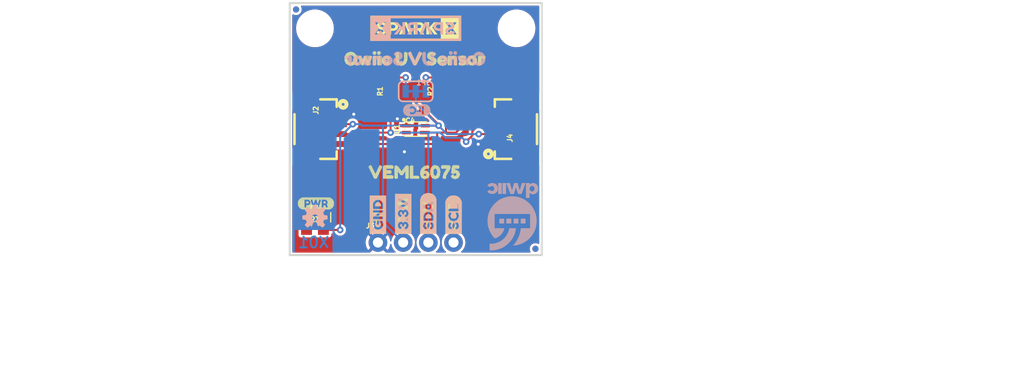
<source format=kicad_pcb>
(kicad_pcb (version 20211014) (generator pcbnew)
  (layers (0 "F.Cu" signal) (31 "B.Cu" signal) (34 "B.Paste" user) (35 "F.Paste" user) (36 "B.SilkS" user "B.Silkscreen") (37 "F.SilkS" user "F.Silkscreen") (38 "B.Mask" user) (39 "F.Mask" user) (44 "Edge.Cuts" user))
  (net 0 "")
  (net 1 "3.3V")
  (net 2 "GND")
  (net 3 "N$3")
  (net 4 "SDA")
  (net 5 "SCL")
  (net 6 "N$4")
  (net 7 "N$5")
  (footprint "eagleBoard:LED-0603" (layer "F.Cu") (at 138.3411 113.8936)
    (fp_text reference "D1" (at 0 -0.635) (layer "F.SilkS") (effects (font (size 0.48768 0.48768) (thickness 0.12192)) (justify bottom)))
    (fp_text value "RED")
    (pad "A" smd roundrect (at -0.877 0 270) (size 1 1) (layers "F.Cu" "F.Paste" "F.Mask") (roundrect_rratio 0.15) (net 3 "N$3"))
    (pad "C" smd roundrect (at 0.877 0 270) (size 1 1) (layers "F.Cu" "F.Paste" "F.Mask") (roundrect_rratio 0.15) (net 2 "GND"))
  )
  (footprint "eagleBoard:CREATIVE_COMMONS" (layer "F.Cu") (at 126.9111 129.1336)
    (fp_text reference "FRAME1" hide)
    (fp_text value "FRAME-LETTER" hide)
  )
  (footprint "eagleBoard:MICRO-FIDUCIAL" (layer "F.Cu") (at 136.4361 92.9386)
    (fp_text reference "JP6" hide)
    (fp_text value "FIDUCIALUFIDUCIAL" hide)
    (pad "1" smd roundrect (at 0 0) (size 0.635 0.635) (layers "F.Cu" "F.Mask") (roundrect_rratio 0.5))
  )
  (footprint "eagleBoard:VEML6075_A3OP" (layer "F.Cu") (at 148.5011 105.0036)
    (fp_text reference "U1" (at -1.6 0 90) (layer "F.SilkS") (effects (font (size 0.48768 0.48768) (thickness 0.12192)) (justify bottom)))
    (fp_text value "VEML6075")
    (pad "1" smd rect (at -0.95 -0.35) (size 0.9 0.35) (layers "F.Cu" "F.Paste" "F.Mask") (net 2 "GND"))
    (pad "2" smd rect (at -0.95 0.35) (size 0.9 0.35) (layers "F.Cu" "F.Paste" "F.Mask") (net 4 "SDA"))
    (pad "3" smd rect (at 0.9 0.35) (size 1 0.35) (layers "F.Cu" "F.Paste" "F.Mask") (net 5 "SCL"))
    (pad "4" smd rect (at 0.95 -0.35 180) (size 0.9 0.35) (layers "F.Cu" "F.Paste" "F.Mask") (net 1 "3.3V"))
  )
  (footprint "eagleBoard:0603" (layer "F.Cu") (at 148.5011 103.0986 180)
    (fp_text reference "C4" (at 0 -0.762 180) (layer "F.SilkS") (effects (font (size 0.48768 0.48768) (thickness 0.12192)) (justify right top)))
    (fp_text value "0.1uF")
    (pad "1" smd rect (at -0.85 0 180) (size 1.1 1) (layers "F.Cu" "F.Paste" "F.Mask") (net 1 "3.3V"))
    (pad "2" smd rect (at 0.85 0 180) (size 1.1 1) (layers "F.Cu" "F.Paste" "F.Mask") (net 2 "GND"))
  )
  (footprint "eagleBoard:1X04_NO_SILK" (layer "F.Cu") (at 144.6911 116.4336)
    (fp_text reference "J3" (at -1.27 -1.397) (layer "F.SilkS") (effects (font (size 0.48768 0.48768) (thickness 0.12192)) (justify left bottom)))
    (fp_text value "PTH")
    (pad "1" thru_hole circle (at 0 0 90) (size 1.8796 1.8796) (drill 1.016) (layers *.Cu *.Mask) (net 2 "GND"))
    (pad "2" thru_hole circle (at 2.54 0 90) (size 1.8796 1.8796) (drill 1.016) (layers *.Cu *.Mask) (net 1 "3.3V"))
    (pad "3" thru_hole circle (at 5.08 0 90) (size 1.8796 1.8796) (drill 1.016) (layers *.Cu *.Mask) (net 4 "SDA"))
    (pad "4" thru_hole circle (at 7.62 0 90) (size 1.8796 1.8796) (drill 1.016) (layers *.Cu *.Mask) (net 5 "SCL"))
  )
  (footprint "eagleBoard:1X04_1MM_RA" (layer "F.Cu") (at 156.1211 105.0036 90)
    (fp_text reference "J4" (at -1.397 2.159 90) (layer "F.SilkS") (effects (font (size 0.48768 0.48768) (thickness 0.12192)) (justify left bottom)))
    (fp_text value "SMD")
    (pad "1" smd rect (at -1.5 0 90) (size 0.6 1.35) (layers "F.Cu" "F.Paste" "F.Mask") (net 2 "GND"))
    (pad "2" smd rect (at -0.5 0 90) (size 0.6 1.35) (layers "F.Cu" "F.Paste" "F.Mask") (net 1 "3.3V"))
    (pad "3" smd rect (at 0.5 0 90) (size 0.6 1.35) (layers "F.Cu" "F.Paste" "F.Mask") (net 4 "SDA"))
    (pad "4" smd rect (at 1.5 0 90) (size 0.6 1.35) (layers "F.Cu" "F.Paste" "F.Mask") (net 5 "SCL"))
    (pad "NC1" smd rect (at 2.8 3.675 90) (size 1.2 2) (layers "F.Cu" "F.Paste" "F.Mask"))
    (pad "NC2" smd rect (at -2.8 3.675 90) (size 1.2 2) (layers "F.Cu" "F.Paste" "F.Mask"))
  )
  (footprint "eagleBoard:0603" (layer "F.Cu") (at 138.3411 115.1636)
    (fp_text reference "R3" (at 0 -0.762) (layer "F.SilkS") (effects (font (size 0.48768 0.48768) (thickness 0.12192)) (justify bottom)))
    (fp_text value "1k")
    (pad "1" smd rect (at -0.85 0) (size 1.1 1) (layers "F.Cu" "F.Paste" "F.Mask") (net 3 "N$3"))
    (pad "2" smd rect (at 0.85 0) (size 1.1 1) (layers "F.Cu" "F.Paste" "F.Mask") (net 1 "3.3V"))
  )
  (footprint "eagleBoard:STAND-OFF" (layer "F.Cu") (at 158.6611 94.8436 90)
    (fp_text reference "JP4" hide)
    (fp_text value "STAND-OFF" hide)
    (pad "" np_thru_hole circle (at 0 0 90) (size 3.302 3.302) (drill 3.302) (layers *.Cu *.Mask))
  )
  (footprint "eagleBoard:0603" (layer "F.Cu") (at 145.9611 101.1936 90)
    (fp_text reference "R1" (at 0 -0.762 90) (layer "F.SilkS") (effects (font (size 0.48768 0.48768) (thickness 0.12192)) (justify bottom)))
    (fp_text value "2.2k")
    (pad "1" smd rect (at -0.85 0 90) (size 1.1 1) (layers "F.Cu" "F.Paste" "F.Mask") (net 4 "SDA"))
    (pad "2" smd rect (at 0.85 0 90) (size 1.1 1) (layers "F.Cu" "F.Paste" "F.Mask") (net 6 "N$4"))
  )
  (footprint "eagleBoard:STAND-OFF" (layer "F.Cu") (at 138.3411 94.8436)
    (fp_text reference "JP3" hide)
    (fp_text value "STAND-OFF" hide)
    (pad "" np_thru_hole circle (at 0 0) (size 3.302 3.302) (drill 3.302) (layers *.Cu *.Mask))
  )
  (footprint "eagleBoard:SDA8" (layer "F.Cu") (at 149.7711 116.0526 90)
    (fp_text reference "U$27" hide)
    (fp_text value "" hide)
  )
  (footprint "eagleBoard:3#3V2" (layer "F.Cu") (at 147.2311 116.0526 90)
    (fp_text reference "U$21" hide)
    (fp_text value "" hide)
  )
  (footprint "eagleBoard:PWR-()-03" (layer "F.Cu") (at 136.5631 112.4966)
    (fp_text reference "U$16" hide)
    (fp_text value "" hide)
  )
  (footprint "eagleBoard:MICRO-FIDUCIAL" (layer "F.Cu") (at 160.5661 117.0686)
    (fp_text reference "JP5" hide)
    (fp_text value "FIDUCIALUFIDUCIAL" hide)
    (pad "1" smd roundrect (at 0 0) (size 0.635 0.635) (layers "F.Cu" "F.Mask") (roundrect_rratio 0.5))
  )
  (footprint "eagleBoard:0603" (layer "F.Cu") (at 151.0411 101.1936 90)
    (fp_text reference "R2" (at 0 -0.762 90) (layer "F.SilkS") (effects (font (size 0.48768 0.48768) (thickness 0.12192)) (justify bottom)))
    (fp_text value "2.2k")
    (pad "1" smd rect (at -0.85 0 90) (size 1.1 1) (layers "F.Cu" "F.Paste" "F.Mask") (net 5 "SCL"))
    (pad "2" smd rect (at 0.85 0 90) (size 1.1 1) (layers "F.Cu" "F.Paste" "F.Mask") (net 7 "N$5"))
  )
  (footprint "eagleBoard:SPARKX-MEDIUM" (layer "F.Cu") (at 148.5011 94.8436)
    (fp_text reference "U$1" hide)
    (fp_text value "SPARKX-LOGO4" hide)
  )
  (footprint "eagleBoard:1X04_1MM_RA" (layer "F.Cu") (at 140.8811 105.0036 -90)
    (fp_text reference "J2" (at -1.397 2.159 -90) (layer "F.SilkS") (effects (font (size 0.48768 0.48768) (thickness 0.12192)) (justify left bottom)))
    (fp_text value "SMD")
    (pad "1" smd rect (at -1.5 0 270) (size 0.6 1.35) (layers "F.Cu" "F.Paste" "F.Mask") (net 2 "GND"))
    (pad "2" smd rect (at -0.5 0 270) (size 0.6 1.35) (layers "F.Cu" "F.Paste" "F.Mask") (net 1 "3.3V"))
    (pad "3" smd rect (at 0.5 0 270) (size 0.6 1.35) (layers "F.Cu" "F.Paste" "F.Mask") (net 4 "SDA"))
    (pad "4" smd rect (at 1.5 0 270) (size 0.6 1.35) (layers "F.Cu" "F.Paste" "F.Mask") (net 5 "SCL"))
    (pad "NC1" smd rect (at 2.8 3.675 270) (size 1.2 2) (layers "F.Cu" "F.Paste" "F.Mask"))
    (pad "NC2" smd rect (at -2.8 3.675 270) (size 1.2 2) (layers "F.Cu" "F.Paste" "F.Mask"))
  )
  (footprint "eagleBoard:_VEML60750" (layer "F.Cu") (at 142.1511 109.3216)
    (fp_text reference "U$6" hide)
    (fp_text value "" hide)
  )
  (footprint "eagleBoard:GND1" (layer "F.Cu") (at 144.6911 116.0526 90)
    (fp_text reference "U$22" hide)
    (fp_text value "" hide)
  )
  (footprint "eagleBoard:QWIIC_UV_SENSOR1" (layer "F.Cu") (at 140.1191 97.8916)
    (fp_text reference "U$5" hide)
    (fp_text value "" hide)
  )
  (footprint "eagleBoard:SCL9" (layer "F.Cu") (at 152.3111 116.0526 90)
    (fp_text reference "U$26" hide)
    (fp_text value "" hide)
  )
  (footprint "eagleBoard:GND1" (layer "B.Cu") (at 144.6911 116.0526 90)
    (fp_text reference "U$4" hide)
    (fp_text value "" hide)
  )
  (footprint "eagleBoard:MICRO-FIDUCIAL" (layer "B.Cu") (at 136.4361 92.9386 180)
    (fp_text reference "JP7" hide)
    (fp_text value "FIDUCIALUFIDUCIAL" hide)
    (pad "1" smd roundrect (at 0 0 180) (size 0.635 0.635) (layers "B.Cu" "B.Mask") (roundrect_rratio 0.5))
  )
  (footprint "eagleBoard:SDA8" (layer "B.Cu") (at 149.7711 116.0526 90)
    (fp_text reference "U$8" hide)
    (fp_text value "" hide)
  )
  (footprint "eagleBoard:I_SUPER2_C-()-03" (layer "B.Cu") (at 150.0251 103.0986 180)
    (fp_text reference "U$10" hide)
    (fp_text value "" hide)
  )
  (footprint "eagleBoard:3#3V2" (layer "B.Cu") (at 147.2311 116.0526 90)
    (fp_text reference "U$7" hide)
    (fp_text value "" hide)
  )
  (footprint "eagleBoard:SMT-JUMPER_3_2-NC_TRACE_SILK" (layer "B.Cu") (at 148.5011 101.1936 180)
    (fp_text reference "JP1" (at 0 1.143) (layer "B.SilkS") (effects (font (size 0.48768 0.48768) (thickness 0.12192)) (justify right top mirror)))
    (fp_text value "I2C")
    (fp_poly (pts (xy 0.3048 -0.127) (xy 0.7112 -0.127) (xy 0.7112 0.127) (xy 0.3048 0.127)) (layer "B.Cu") (width 0) (fill solid))
    (fp_poly (pts (xy -0.7112 -0.127) (xy -0.3048 -0.127) (xy -0.3048 0.127) (xy -0.7112 0.127)) (layer "B.Cu") (width 0) (fill solid))
    (pad "1" smd rect (at -1.016 0 180) (size 0.635 1.27) (layers "B.Cu" "B.Mask") (net 7 "N$5"))
    (pad "2" smd rect (at 0 0 180) (size 0.635 1.27) (layers "B.Cu" "B.Mask") (net 1 "3.3V"))
    (pad "3" smd rect (at 1.016 0 180) (size 0.635 1.27) (layers "B.Cu" "B.Mask") (net 6 "N$4"))
  )
  (footprint "eagleBoard:QWIIC_UV_SENSOR1" (layer "B.Cu") (at 156.7053 97.8916 180)
    (fp_text reference "U$11" hide)
    (fp_text value "" hide)
  )
  (footprint "eagleBoard:SCL9" (layer "B.Cu") (at 152.3111 116.0526 90)
    (fp_text reference "U$9" hide)
    (fp_text value "" hide)
  )
  (footprint "eagleBoard:OSHW-LOGO-MINI" (layer "B.Cu") (at 138.3411 113.8936 180)
    (fp_text reference "LOGO1" hide)
    (fp_text value "OSHW-LOGOMINI" hide)
  )
  (footprint "eagleBoard:QWIIC-LOGO-MEDIUM" (layer "B.Cu") (at 158.2801 113.7666 180)
    (fp_text reference "U$3" hide)
    (fp_text value "" hide)
  )
  (footprint "eagleBoard:MICRO-FIDUCIAL" (layer "B.Cu") (at 160.5661 117.0686 180)
    (fp_text reference "JP2" hide)
    (fp_text value "FIDUCIALUFIDUCIAL" hide)
    (pad "1" smd roundrect (at 0 0 180) (size 0.635 0.635) (layers "B.Cu" "B.Mask") (roundrect_rratio 0.5))
  )
  (footprint "eagleBoard:SPARKX-MEDIUM" (layer "B.Cu") (at 148.5011 94.8436 180)
    (fp_text reference "U$2" hide)
    (fp_text value "SPARKX-LOGO4" hide)
  )
  (gr_line (start 161.2011 92.3036) (end 135.8011 92.3036) (layer "Edge.Cuts") (width 0.2032))
  (gr_line (start 135.8011 92.3036) (end 135.8011 117.7036) (layer "Edge.Cuts") (width 0.2032))
  (gr_line (start 161.2011 117.7036) (end 161.2011 92.3036) (layer "Edge.Cuts") (width 0.2032))
  (gr_line (start 135.8011 117.7036) (end 161.2011 117.7036) (layer "Edge.Cuts") (width 0.2032))
  (gr_text "X01" (at 138.2141 116.4336) (layer "B.Cu") (effects (font (size 1.0795 1.0795) (thickness 0.1905)) (justify mirror)))
  (segment (start 139.1911 115.1636) (end 140.8811 115.1636) (width 0.2032) (layer "F.Cu") (net 1))
  (segment (start 150.8011 104.5486) (end 150.8011 104.6536) (width 0.2032) (layer "F.Cu") (net 1))
  (segment (start 140.8811 104.5036) (end 142.1511 104.5036) (width 0.2032) (layer "F.Cu") (net 1))
  (segment (start 150.8011 104.6536) (end 149.4511 104.6536) (width 0.2032) (layer "F.Cu") (net 1))
  (segment (start 156.1211 105.5036) (end 154.8511 105.5036) (width 0.2032) (layer "F.Cu") (net 1))
  (segment (start 149.3511 103.0986) (end 150.8011 104.5486) (width 0.2032) (layer "F.Cu") (net 1))
  (via (at 140.8811 115.1636) (size 0.6604) (drill 0.3048) (layers "F.Cu" "B.Cu") (net 1))
  (via (at 150.8011 104.6536) (size 0.6604) (drill 0.3048) (layers "F.Cu" "B.Cu") (net 1))
  (via (at 142.1511 104.5036) (size 0.6604) (drill 0.3048) (layers "F.Cu" "B.Cu") (net 1))
  (via (at 154.8511 105.5036) (size 0.6604) (drill 0.3048) (layers "F.Cu" "B.Cu") (net 1))
  (segment (start 145.1991 104.6536) (end 150.8011 104.6536) (width 0.2032) (layer "B.Cu") (net 1))
  (segment (start 148.5011 102.3536) (end 150.8011 104.6536) (width 0.2032) (layer "B.Cu") (net 1))
  (segment (start 142.9211 104.5036) (end 143.0711 104.6536) (width 0.2032) (layer "B.Cu") (net 1))
  (segment (start 154.8511 105.5036) (end 151.6511 105.5036) (width 0.2032) (layer "B.Cu") (net 1))
  (segment (start 143.0711 104.6536) (end 145.1991 104.6536) (width 0.2032) (layer "B.Cu") (net 1))
  (segment (start 140.8811 115.1636) (end 140.8811 105.7736) (width 0.2032) (layer "B.Cu") (net 1))
  (segment (start 151.6511 105.5036) (end 150.8011 104.6536) (width 0.2032) (layer "B.Cu") (net 1))
  (segment (start 148.5011 101.1936) (end 148.5011 102.3536) (width 0.2032) (layer "B.Cu") (net 1))
  (segment (start 140.8811 105.7736) (end 142.1511 104.5036) (width 0.2032) (layer "B.Cu") (net 1))
  (segment (start 142.1511 104.5036) (end 142.9211 104.5036) (width 0.2032) (layer "B.Cu") (net 1))
  (segment (start 147.2311 116.4336) (end 145.1991 114.4016) (width 0.2032) (layer "B.Cu") (net 1))
  (segment (start 145.1991 114.4016) (end 145.1991 104.6536) (width 0.2032) (layer "B.Cu") (net 1))
  (segment (start 146.7287 104.6536) (end 146.6469 104.5718) (width 0.254) (layer "F.Cu") (net 2))
  (segment (start 148.4193 104.6536) (end 148.5011 104.5718) (width 0.254) (layer "F.Cu") (net 2))
  (segment (start 147.5511 104.6536) (end 148.4193 104.6536) (width 0.254) (layer "F.Cu") (net 2))
  (segment (start 147.5511 104.6536) (end 146.7287 104.6536) (width 0.254) (layer "F.Cu") (net 2))
  (via (at 154.8003 106.5276) (size 0.6604) (drill 0.3048) (layers "F.Cu" "B.Cu") (net 2))
  (via (at 142.2527 103.505) (size 0.6604) (drill 0.3048) (layers "F.Cu" "B.Cu") (net 2))
  (via (at 147.3581 107.2896) (size 0.6604) (drill 0.3048) (layers "F.Cu" "B.Cu") (net 2))
  (via (at 146.6469 103.9622) (size 0.6604) (drill 0.3048) (layers "F.Cu" "B.Cu") (net 2))
  (segment (start 137.4911 115.1636) (end 137.4911 113.9206) (width 0.2032) (layer "F.Cu") (net 3))
  (segment (start 137.4911 113.9206) (end 137.4641 113.8936) (width 0.2032) (layer "F.Cu") (net 3))
  (segment (start 154.2034 105.235313) (end 154.935112 104.5036) (width 0.2032) (layer "F.Cu") (net 4))
  (segment (start 142.0321 105.5036) (end 140.8811 105.5036) (width 0.2032) (layer "F.Cu") (net 4))
  (segment (start 154.2034 105.6513) (end 154.2034 105.235313) (width 0.2032) (layer "F.Cu") (net 4))
  (segment (start 145.9611 102.0436) (end 145.9611 105.3536) (width 0.2032) (layer "F.Cu") (net 4))
  (segment (start 147.5511 105.3536) (end 145.9611 105.3536) (width 0.2032) (layer "F.Cu") (net 4))
  (segment (start 145.9611 105.3536) (end 142.1821 105.3536) (width 0.2032) (layer "F.Cu") (net 4))
  (segment (start 154.935112 104.5036) (end 156.1211 104.5036) (width 0.2032) (layer "F.Cu") (net 4))
  (segment (start 153.5811 106.2736) (end 154.2034 105.6513) (width 0.2032) (layer "F.Cu") (net 4))
  (segment (start 142.1821 105.3536) (end 142.0321 105.5036) (width 0.2032) (layer "F.Cu") (net 4))
  (via (at 153.5811 106.2736) (size 0.6604) (drill 0.3048) (layers "F.Cu" "B.Cu") (net 4))
  (via (at 145.9611 105.3536) (size 0.6604) (drill 0.3048) (layers "F.Cu" "B.Cu") (net 4))
  (segment (start 149.7711 116.4336) (end 149.7711 105.3536) (width 0.2032) (layer "B.Cu") (net 4))
  (segment (start 149.7711 105.3536) (end 150.962281 105.3536) (width 0.2032) (layer "B.Cu") (net 4))
  (segment (start 151.493281 105.8846) (end 153.1921 105.8846) (width 0.2032) (layer "B.Cu") (net 4))
  (segment (start 153.1921 105.8846) (end 153.5811 106.2736) (width 0.2032) (layer "B.Cu") (net 4))
  (segment (start 145.9611 105.3536) (end 149.7711 105.3536) (width 0.2032) (layer "B.Cu") (net 4))
  (segment (start 150.962281 105.3536) (end 151.493281 105.8846) (width 0.2032) (layer "B.Cu") (net 4))
  (segment (start 150.4011 106.5036) (end 150.6601 106.2446) (width 0.2032) (layer "F.Cu") (net 5))
  (segment (start 152.3111 116.4336) (end 152.3111 107.8956) (width 0.2032) (layer "F.Cu") (net 5))
  (segment (start 151.5491 102.5516) (end 151.5491 105.3536) (width 0.2032) (layer "F.Cu") (net 5))
  (segment (start 152.5511 105.3536) (end 151.5491 105.3536) (width 0.2032) (layer "F.Cu") (net 5))
  (segment (start 152.3111 107.8956) (end 150.6601 106.2446) (width 0.2032) (layer "F.Cu") (net 5))
  (segment (start 150.6601 106.2446) (end 150.6601 105.3536) (width 0.2032) (layer "F.Cu") (net 5))
  (segment (start 140.8811 106.5036) (end 150.4011 106.5036) (width 0.2032) (layer "F.Cu") (net 5))
  (segment (start 151.5491 105.3536) (end 150.6601 105.3536) (width 0.2032) (layer "F.Cu") (net 5))
  (segment (start 151.0411 102.0436) (end 151.5491 102.5516) (width 0.2032) (layer "F.Cu") (net 5))
  (segment (start 150.6601 105.3536) (end 149.4011 105.3536) (width 0.2032) (layer "F.Cu") (net 5))
  (segment (start 156.1211 103.5036) (end 154.4011 103.5036) (width 0.2032) (layer "F.Cu") (net 5))
  (segment (start 154.4011 103.5036) (end 152.5511 105.3536) (width 0.2032) (layer "F.Cu") (net 5))
  (segment (start 145.9611 100.3436) (end 146.5081 99.7966) (width 0.2032) (layer "F.Cu") (net 6))
  (segment (start 146.5081 99.7966) (end 147.4851 99.7966) (width 0.2032) (layer "F.Cu") (net 6))
  (via (at 147.4851 99.7966) (size 0.6604) (drill 0.3048) (layers "F.Cu" "B.Cu") (net 6))
  (segment (start 147.4851 99.7966) (end 147.4851 101.1936) (width 0.2032) (layer "B.Cu") (net 6))
  (segment (start 151.0411 100.3436) (end 150.4941 99.7966) (width 0.2032) (layer "F.Cu") (net 7))
  (segment (start 150.4941 99.7966) (end 149.5171 99.7966) (width 0.2032) (layer "F.Cu") (net 7))
  (via (at 149.5171 99.7966) (size 0.6604) (drill 0.3048) (layers "F.Cu" "B.Cu") (net 7))
  (segment (start 149.5171 99.7966) (end 149.5171 101.1936) (width 0.2032) (layer "B.Cu") (net 7))
  (zone (net 2) (net_name "GND") (layer "F.Cu") (priority 6) (connect_pads (clearance 0.254)) (min_thickness 0.127) (fill yes (thermal_gap 0.304) (thermal_bridge_width 0.304))
    (polygon (pts (xy 161.3281 117.8306) (xy 135.6741 117.8306) (xy 135.6741 92.1766) (xy 161.3281 92.1766)))
  )
  (zone (net 2) (net_name "GND") (layer "B.Cu") (priority 6) (connect_pads (clearance 0.254)) (min_thickness 0.127) (fill yes (thermal_gap 0.304) (thermal_bridge_width 0.304))
    (polygon (pts (xy 161.3281 117.8306) (xy 135.6741 117.8306) (xy 135.6741 92.1766) (xy 161.3281 92.1766)))
  )
)
</source>
